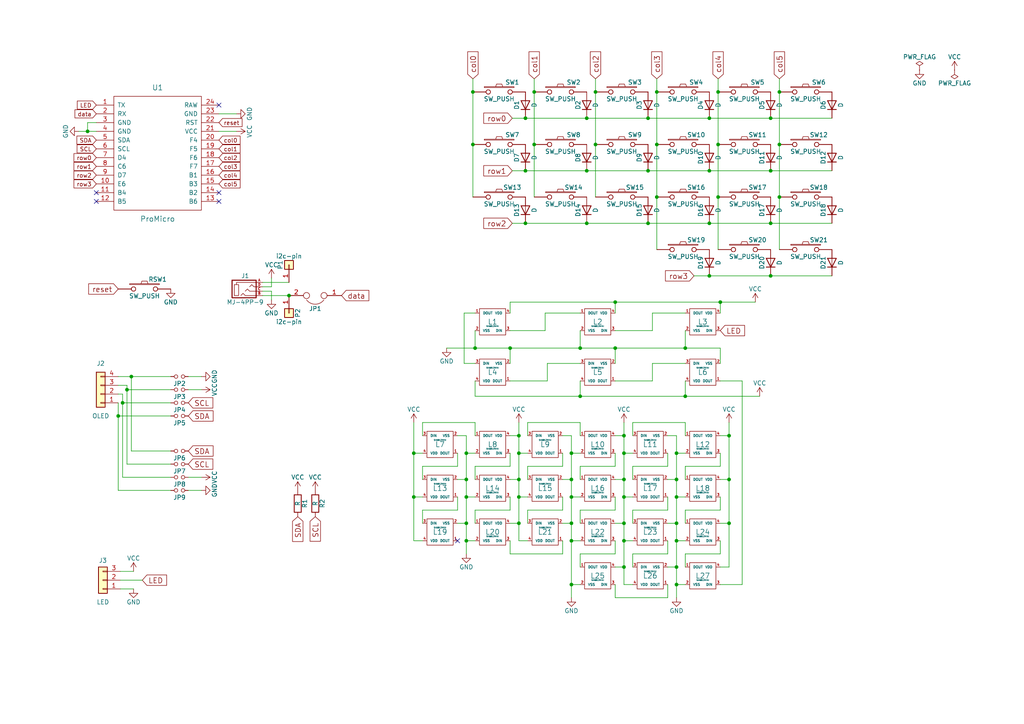
<source format=kicad_sch>
(kicad_sch (version 20230121) (generator eeschema)
  (paper "A4")
  (title_block (title "Corne Classic") (date "2018-08-24") (rev "2.0") (company "foostan"))
  (junction (at 154.94 41.91))
  (junction (at 152.4 34.29))
  (junction (at 180.975 164.465))
  (junction (at 208.28 41.91))
  (junction (at 196.215 139.065))
  (junction (at 180.975 139.065))
  (junction (at 120.015 131.445))
  (junction (at 150.495 144.145))
  (junction (at 180.975 156.845))
  (junction (at 135.255 151.765))
  (junction (at 226.06 57.15))
  (junction (at 205.74 80.01))
  (junction (at 170.18 49.53))
  (junction (at 147.955 100.965))
  (junction (at 223.52 49.53))
  (junction (at 150.495 131.445))
  (junction (at 168.275 100.965))
  (junction (at 178.435 87.63))
  (junction (at 223.52 64.77))
  (junction (at 150.495 139.065))
  (junction (at 205.74 34.29))
  (junction (at 172.72 26.67))
  (junction (at 137.795 100.965))
  (junction (at 180.975 126.365))
  (junction (at 165.735 156.845))
  (junction (at 170.18 64.77))
  (junction (at 172.72 41.91))
  (junction (at 168.275 114.935))
  (junction (at 165.735 144.145))
  (junction (at 223.52 34.29))
  (junction (at 208.28 57.15))
  (junction (at 83.82 85.725))
  (junction (at 190.5 41.91))
  (junction (at 154.94 26.67))
  (junction (at 198.755 100.965))
  (junction (at 187.96 34.29))
  (junction (at 150.495 151.765))
  (junction (at 165.735 131.445))
  (junction (at 196.215 151.765))
  (junction (at 36.83 113.03))
  (junction (at 165.735 139.065))
  (junction (at 208.915 87.63))
  (junction (at 187.96 49.53))
  (junction (at 211.455 126.365))
  (junction (at 25.4 38.1))
  (junction (at 205.74 64.77))
  (junction (at 211.455 151.765))
  (junction (at 152.4 49.53))
  (junction (at 190.5 26.67))
  (junction (at 211.455 139.065))
  (junction (at 223.52 80.01))
  (junction (at 35.56 116.84))
  (junction (at 196.215 131.445))
  (junction (at 196.215 164.465))
  (junction (at 180.975 151.765))
  (junction (at 38.1 109.22))
  (junction (at 150.495 126.365))
  (junction (at 178.435 100.965))
  (junction (at 190.5 57.15))
  (junction (at 135.255 156.845))
  (junction (at 170.18 34.29))
  (junction (at 135.255 144.145))
  (junction (at 34.29 120.65))
  (junction (at 120.015 144.145))
  (junction (at 226.06 26.67))
  (junction (at 208.28 26.67))
  (junction (at 187.96 64.77))
  (junction (at 180.975 144.145))
  (junction (at 196.215 156.845))
  (junction (at 198.755 114.935))
  (junction (at 137.16 26.67))
  (junction (at 180.975 131.445))
  (junction (at 165.735 151.765))
  (junction (at 135.255 131.445))
  (junction (at 226.06 41.91))
  (junction (at 135.255 139.065))
  (junction (at 152.4 64.77))
  (junction (at 165.735 169.545))
  (junction (at 137.16 41.91))
  (junction (at 196.215 144.145))
  (junction (at 196.215 169.545))
  (junction (at 205.74 49.53))
  (no_connect (at 63.5 58.42))
  (no_connect (at 132.715 156.845))
  (no_connect (at 63.5 30.48))
  (no_connect (at 63.5 55.88))
  (no_connect (at 27.94 55.88))
  (no_connect (at 27.94 58.42))
  (wire (pts (xy 183.515 122.555) (xy 183.515 126.365)))
  (wire (pts (xy 76.2 84.455) (xy 78.74 84.455)))
  (wire (pts (xy 198.755 122.555) (xy 183.515 122.555)))
  (wire (pts (xy 196.215 126.365) (xy 196.215 131.445)))
  (wire (pts (xy 154.94 22.86) (xy 154.94 26.67)))
  (wire (pts (xy 22.86 38.1) (xy 25.4 38.1)))
  (wire (pts (xy 187.96 34.29) (xy 205.74 34.29)))
  (wire (pts (xy 189.23 110.49) (xy 189.23 105.41)))
  (wire (pts (xy 178.435 135.255) (xy 178.435 131.445)))
  (wire (pts (xy 63.5 33.02) (xy 68.58 33.02)))
  (wire (pts (xy 170.18 49.53) (xy 187.96 49.53)))
  (wire (pts (xy 54.61 113.03) (xy 58.42 113.03)))
  (wire (pts (xy 215.265 110.49) (xy 215.265 169.545)))
  (wire (pts (xy 223.52 64.77) (xy 241.3 64.77)))
  (wire (pts (xy 137.795 131.445) (xy 135.255 131.445)))
  (wire (pts (xy 148.59 34.29) (xy 152.4 34.29)))
  (wire (pts (xy 198.755 126.365) (xy 198.755 122.555)))
  (wire (pts (xy 208.915 160.655) (xy 208.915 156.845)))
  (wire (pts (xy 168.275 122.555) (xy 153.035 122.555)))
  (wire (pts (xy 168.275 100.965) (xy 178.435 100.965)))
  (wire (pts (xy 153.035 122.555) (xy 153.035 126.365)))
  (wire (pts (xy 190.5 57.15) (xy 190.5 72.39)))
  (wire (pts (xy 198.755 139.065) (xy 198.755 135.255)))
  (wire (pts (xy 180.975 131.445) (xy 180.975 139.065)))
  (wire (pts (xy 76.2 83.185) (xy 78.74 83.185)))
  (wire (pts (xy 190.5 22.86) (xy 190.5 26.67)))
  (wire (pts (xy 135.255 156.845) (xy 135.255 160.655)))
  (wire (pts (xy 137.795 144.145) (xy 135.255 144.145)))
  (wire (pts (xy 193.675 126.365) (xy 196.215 126.365)))
  (wire (pts (xy 198.755 135.255) (xy 208.915 135.255)))
  (wire (pts (xy 193.675 151.765) (xy 196.215 151.765)))
  (wire (pts (xy 150.495 144.145) (xy 150.495 151.765)))
  (wire (pts (xy 120.015 144.145) (xy 120.015 156.845)))
  (wire (pts (xy 137.795 122.555) (xy 122.555 122.555)))
  (wire (pts (xy 178.435 110.49) (xy 189.23 110.49)))
  (wire (pts (xy 172.72 22.86) (xy 172.72 26.67)))
  (wire (pts (xy 168.275 169.545) (xy 165.735 169.545)))
  (wire (pts (xy 34.29 142.24) (xy 49.53 142.24)))
  (wire (pts (xy 211.455 139.065) (xy 211.455 151.765)))
  (wire (pts (xy 183.515 160.655) (xy 193.675 160.655)))
  (wire (pts (xy 178.435 90.805) (xy 178.435 87.63)))
  (wire (pts (xy 196.215 151.765) (xy 196.215 156.845)))
  (wire (pts (xy 193.675 164.465) (xy 196.215 164.465)))
  (wire (pts (xy 223.52 80.01) (xy 241.3 80.01)))
  (wire (pts (xy 153.035 151.765) (xy 153.035 147.955)))
  (wire (pts (xy 129.54 100.965) (xy 137.795 100.965)))
  (wire (pts (xy 148.59 64.77) (xy 152.4 64.77)))
  (wire (pts (xy 38.1 109.22) (xy 38.1 130.81)))
  (wire (pts (xy 165.735 131.445) (xy 165.735 139.065)))
  (wire (pts (xy 193.675 147.955) (xy 193.675 144.145)))
  (wire (pts (xy 189.23 90.805) (xy 189.23 95.885)))
  (wire (pts (xy 208.915 100.965) (xy 208.915 105.41)))
  (wire (pts (xy 122.555 151.765) (xy 122.555 147.955)))
  (wire (pts (xy 208.28 41.91) (xy 208.28 57.15)))
  (wire (pts (xy 168.275 90.805) (xy 158.115 90.805)))
  (wire (pts (xy 198.755 144.145) (xy 196.215 144.145)))
  (wire (pts (xy 208.915 87.63) (xy 219.075 87.63)))
  (wire (pts (xy 150.495 151.765) (xy 150.495 156.845)))
  (wire (pts (xy 178.435 87.63) (xy 208.915 87.63)))
  (wire (pts (xy 135.255 131.445) (xy 135.255 139.065)))
  (wire (pts (xy 153.035 144.145) (xy 150.495 144.145)))
  (wire (pts (xy 76.2 81.915) (xy 83.82 81.915)))
  (wire (pts (xy 63.5 38.1) (xy 68.58 38.1)))
  (wire (pts (xy 163.195 151.765) (xy 165.735 151.765)))
  (wire (pts (xy 154.94 41.91) (xy 154.94 57.15)))
  (wire (pts (xy 168.275 156.845) (xy 165.735 156.845)))
  (wire (pts (xy 196.215 144.145) (xy 196.215 151.765)))
  (wire (pts (xy 54.61 138.43) (xy 58.42 138.43)))
  (wire (pts (xy 25.4 38.1) (xy 27.94 38.1)))
  (wire (pts (xy 147.955 156.845) (xy 147.955 160.655)))
  (wire (pts (xy 168.275 114.935) (xy 198.755 114.935)))
  (wire (pts (xy 189.23 95.885) (xy 178.435 95.885)))
  (wire (pts (xy 122.555 147.955) (xy 132.715 147.955)))
  (wire (pts (xy 158.115 95.885) (xy 147.955 95.885)))
  (wire (pts (xy 137.795 139.065) (xy 137.795 135.255)))
  (wire (pts (xy 193.675 169.545) (xy 193.675 173.355)))
  (wire (pts (xy 211.455 151.765) (xy 211.455 164.465)))
  (wire (pts (xy 137.795 156.845) (xy 135.255 156.845)))
  (wire (pts (xy 137.16 22.86) (xy 137.16 26.67)))
  (wire (pts (xy 132.715 126.365) (xy 135.255 126.365)))
  (wire (pts (xy 135.255 139.065) (xy 135.255 144.145)))
  (wire (pts (xy 193.675 173.355) (xy 178.435 173.355)))
  (wire (pts (xy 170.18 34.29) (xy 187.96 34.29)))
  (wire (pts (xy 198.755 100.965) (xy 208.915 100.965)))
  (wire (pts (xy 190.5 26.67) (xy 190.5 41.91)))
  (wire (pts (xy 165.735 126.365) (xy 165.735 131.445)))
  (wire (pts (xy 35.56 114.3) (xy 35.56 116.84)))
  (wire (pts (xy 36.83 134.62) (xy 49.53 134.62)))
  (wire (pts (xy 163.195 139.065) (xy 165.735 139.065)))
  (wire (pts (xy 147.955 100.965) (xy 168.275 100.965)))
  (wire (pts (xy 135.255 144.145) (xy 135.255 151.765)))
  (wire (pts (xy 168.275 131.445) (xy 165.735 131.445)))
  (wire (pts (xy 208.915 110.49) (xy 215.265 110.49)))
  (wire (pts (xy 198.755 90.805) (xy 189.23 90.805)))
  (wire (pts (xy 147.955 110.49) (xy 158.75 110.49)))
  (wire (pts (xy 180.975 169.545) (xy 183.515 169.545)))
  (wire (pts (xy 226.06 22.86) (xy 226.06 26.67)))
  (wire (pts (xy 35.56 116.84) (xy 35.56 138.43)))
  (wire (pts (xy 208.915 151.765) (xy 211.455 151.765)))
  (wire (pts (xy 178.435 151.765) (xy 180.975 151.765)))
  (wire (pts (xy 172.72 41.91) (xy 172.72 57.15)))
  (wire (pts (xy 134.62 90.805) (xy 134.62 105.41)))
  (wire (pts (xy 211.455 126.365) (xy 211.455 139.065)))
  (wire (pts (xy 137.795 126.365) (xy 137.795 122.555)))
  (wire (pts (xy 122.555 122.555) (xy 122.555 126.365)))
  (wire (pts (xy 78.74 84.455) (xy 78.74 86.995)))
  (wire (pts (xy 147.955 139.065) (xy 150.495 139.065)))
  (wire (pts (xy 196.215 156.845) (xy 196.215 164.465)))
  (wire (pts (xy 152.4 49.53) (xy 170.18 49.53)))
  (wire (pts (xy 178.435 147.955) (xy 178.435 144.145)))
  (wire (pts (xy 211.455 164.465) (xy 208.915 164.465)))
  (wire (pts (xy 215.265 169.545) (xy 208.915 169.545)))
  (wire (pts (xy 34.29 116.84) (xy 34.29 120.65)))
  (wire (pts (xy 178.435 164.465) (xy 180.975 164.465)))
  (wire (pts (xy 208.28 26.67) (xy 208.28 41.91)))
  (wire (pts (xy 76.2 85.725) (xy 83.82 85.725)))
  (wire (pts (xy 120.015 122.555) (xy 120.015 131.445)))
  (wire (pts (xy 163.195 160.655) (xy 147.955 160.655)))
  (wire (pts (xy 34.925 170.815) (xy 38.735 170.815)))
  (wire (pts (xy 201.295 80.01) (xy 205.74 80.01)))
  (wire (pts (xy 34.29 111.76) (xy 36.83 111.76)))
  (wire (pts (xy 223.52 34.29) (xy 241.3 34.29)))
  (wire (pts (xy 226.06 41.91) (xy 226.06 57.15)))
  (wire (pts (xy 165.735 169.545) (xy 165.735 173.355)))
  (wire (pts (xy 148.59 49.53) (xy 152.4 49.53)))
  (wire (pts (xy 180.975 151.765) (xy 180.975 156.845)))
  (wire (pts (xy 168.275 135.255) (xy 178.435 135.255)))
  (wire (pts (xy 35.56 138.43) (xy 49.53 138.43)))
  (wire (pts (xy 226.06 26.67) (xy 226.06 41.91)))
  (wire (pts (xy 183.515 151.765) (xy 183.515 147.955)))
  (wire (pts (xy 78.74 83.185) (xy 78.74 80.645)))
  (wire (pts (xy 178.435 160.655) (xy 178.435 156.845)))
  (wire (pts (xy 187.96 64.77) (xy 205.74 64.77)))
  (wire (pts (xy 49.53 113.03) (xy 36.83 113.03)))
  (wire (pts (xy 168.275 147.955) (xy 178.435 147.955)))
  (wire (pts (xy 178.435 126.365) (xy 180.975 126.365)))
  (wire (pts (xy 226.06 57.15) (xy 226.06 72.39)))
  (wire (pts (xy 134.62 105.41) (xy 137.795 105.41)))
  (wire (pts (xy 165.735 139.065) (xy 165.735 144.145)))
  (wire (pts (xy 189.23 105.41) (xy 198.755 105.41)))
  (wire (pts (xy 154.94 26.67) (xy 154.94 41.91)))
  (wire (pts (xy 25.4 35.56) (xy 25.4 38.1)))
  (wire (pts (xy 163.195 135.255) (xy 163.195 131.445)))
  (wire (pts (xy 208.915 135.255) (xy 208.915 131.445)))
  (wire (pts (xy 168.275 95.885) (xy 168.275 100.965)))
  (wire (pts (xy 198.755 110.49) (xy 198.755 114.935)))
  (wire (pts (xy 168.275 164.465) (xy 168.275 160.655)))
  (wire (pts (xy 137.16 41.91) (xy 137.16 57.15)))
  (wire (pts (xy 34.29 114.3) (xy 35.56 114.3)))
  (wire (pts (xy 120.015 131.445) (xy 120.015 144.145)))
  (wire (pts (xy 168.275 160.655) (xy 178.435 160.655)))
  (wire (pts (xy 135.255 151.765) (xy 135.255 156.845)))
  (wire (pts (xy 27.94 35.56) (xy 25.4 35.56)))
  (wire (pts (xy 137.795 151.765) (xy 137.795 147.955)))
  (wire (pts (xy 137.795 147.955) (xy 147.955 147.955)))
  (wire (pts (xy 208.28 22.86) (xy 208.28 26.67)))
  (wire (pts (xy 147.955 151.765) (xy 150.495 151.765)))
  (wire (pts (xy 223.52 49.53) (xy 241.3 49.53)))
  (wire (pts (xy 208.915 139.065) (xy 211.455 139.065)))
  (wire (pts (xy 180.975 126.365) (xy 180.975 131.445)))
  (wire (pts (xy 208.915 126.365) (xy 211.455 126.365)))
  (wire (pts (xy 36.83 113.03) (xy 36.83 134.62)))
  (wire (pts (xy 178.435 100.965) (xy 198.755 100.965)))
  (wire (pts (xy 158.75 105.41) (xy 168.275 105.41)))
  (wire (pts (xy 34.29 109.22) (xy 38.1 109.22)))
  (wire (pts (xy 153.035 139.065) (xy 153.035 135.255)))
  (wire (pts (xy 198.755 114.935) (xy 220.345 114.935)))
  (wire (pts (xy 211.455 122.555) (xy 211.455 126.365)))
  (wire (pts (xy 198.755 95.885) (xy 198.755 100.965)))
  (wire (pts (xy 168.275 144.145) (xy 165.735 144.145)))
  (wire (pts (xy 180.975 122.555) (xy 180.975 126.365)))
  (wire (pts (xy 178.435 105.41) (xy 178.435 100.965)))
  (wire (pts (xy 132.715 147.955) (xy 132.715 144.145)))
  (wire (pts (xy 198.755 164.465) (xy 198.755 160.655)))
  (wire (pts (xy 205.74 49.53) (xy 223.52 49.53)))
  (wire (pts (xy 150.495 126.365) (xy 150.495 131.445)))
  (wire (pts (xy 196.215 164.465) (xy 196.215 169.545)))
  (wire (pts (xy 158.115 90.805) (xy 158.115 95.885)))
  (wire (pts (xy 180.975 131.445) (xy 183.515 131.445)))
  (wire (pts (xy 196.215 169.545) (xy 196.215 173.355)))
  (wire (pts (xy 198.755 169.545) (xy 196.215 169.545)))
  (wire (pts (xy 147.955 147.955) (xy 147.955 144.145)))
  (wire (pts (xy 38.1 130.81) (xy 49.53 130.81)))
  (wire (pts (xy 132.715 139.065) (xy 135.255 139.065)))
  (wire (pts (xy 165.735 144.145) (xy 165.735 151.765)))
  (wire (pts (xy 180.975 164.465) (xy 180.975 169.545)))
  (wire (pts (xy 147.955 126.365) (xy 150.495 126.365)))
  (wire (pts (xy 168.275 126.365) (xy 168.275 122.555)))
  (wire (pts (xy 122.555 139.065) (xy 122.555 135.255)))
  (wire (pts (xy 54.61 109.22) (xy 58.42 109.22)))
  (wire (pts (xy 49.53 120.65) (xy 34.29 120.65)))
  (wire (pts (xy 208.915 147.955) (xy 208.915 144.145)))
  (wire (pts (xy 120.015 156.845) (xy 122.555 156.845)))
  (wire (pts (xy 165.735 151.765) (xy 165.735 156.845)))
  (wire (pts (xy 198.755 147.955) (xy 208.915 147.955)))
  (wire (pts (xy 183.515 135.255) (xy 193.675 135.255)))
  (wire (pts (xy 198.755 156.845) (xy 196.215 156.845)))
  (wire (pts (xy 147.955 105.41) (xy 147.955 100.965)))
  (wire (pts (xy 150.495 156.845) (xy 153.035 156.845)))
  (wire (pts (xy 54.61 142.24) (xy 58.42 142.24)))
  (wire (pts (xy 170.18 64.77) (xy 187.96 64.77)))
  (wire (pts (xy 163.195 156.845) (xy 163.195 160.655)))
  (wire (pts (xy 137.795 95.885) (xy 137.795 100.965)))
  (wire (pts (xy 122.555 135.255) (xy 132.715 135.255)))
  (wire (pts (xy 193.675 160.655) (xy 193.675 156.845)))
  (wire (pts (xy 150.495 131.445) (xy 150.495 139.065)))
  (wire (pts (xy 122.555 144.145) (xy 120.015 144.145)))
  (wire (pts (xy 178.435 139.065) (xy 180.975 139.065)))
  (wire (pts (xy 137.795 114.935) (xy 168.275 114.935)))
  (wire (pts (xy 208.915 90.805) (xy 208.915 87.63)))
  (wire (pts (xy 132.715 135.255) (xy 132.715 131.445)))
  (wire (pts (xy 165.735 156.845) (xy 165.735 169.545)))
  (wire (pts (xy 153.035 147.955) (xy 163.195 147.955)))
  (wire (pts (xy 205.74 34.29) (xy 223.52 34.29)))
  (wire (pts (xy 190.5 41.91) (xy 190.5 57.15)))
  (wire (pts (xy 152.4 34.29) (xy 170.18 34.29)))
  (wire (pts (xy 193.675 139.065) (xy 196.215 139.065)))
  (wire (pts (xy 198.755 151.765) (xy 198.755 147.955)))
  (wire (pts (xy 196.215 131.445) (xy 196.215 139.065)))
  (wire (pts (xy 34.925 165.735) (xy 38.735 165.735)))
  (wire (pts (xy 147.955 90.805) (xy 147.955 87.63)))
  (wire (pts (xy 158.75 110.49) (xy 158.75 105.41)))
  (wire (pts (xy 183.515 147.955) (xy 193.675 147.955)))
  (wire (pts (xy 168.275 139.065) (xy 168.275 135.255)))
  (wire (pts (xy 153.035 135.255) (xy 163.195 135.255)))
  (wire (pts (xy 132.715 151.765) (xy 135.255 151.765)))
  (wire (pts (xy 122.555 131.445) (xy 120.015 131.445)))
  (wire (pts (xy 153.035 131.445) (xy 150.495 131.445)))
  (wire (pts (xy 135.255 126.365) (xy 135.255 131.445)))
  (wire (pts (xy 137.795 110.49) (xy 137.795 114.935)))
  (wire (pts (xy 183.515 139.065) (xy 183.515 135.255)))
  (wire (pts (xy 187.96 49.53) (xy 205.74 49.53)))
  (wire (pts (xy 178.435 173.355) (xy 178.435 169.545)))
  (wire (pts (xy 198.755 131.445) (xy 196.215 131.445)))
  (wire (pts (xy 180.975 156.845) (xy 180.975 164.465)))
  (wire (pts (xy 137.795 90.805) (xy 134.62 90.805)))
  (wire (pts (xy 34.925 168.275) (xy 41.275 168.275)))
  (wire (pts (xy 49.53 116.84) (xy 35.56 116.84)))
  (wire (pts (xy 180.975 156.845) (xy 183.515 156.845)))
  (wire (pts (xy 198.755 160.655) (xy 208.915 160.655)))
  (wire (pts (xy 180.975 144.145) (xy 180.975 151.765)))
  (wire (pts (xy 163.195 126.365) (xy 165.735 126.365)))
  (wire (pts (xy 152.4 64.77) (xy 170.18 64.77)))
  (wire (pts (xy 183.515 164.465) (xy 183.515 160.655)))
  (wire (pts (xy 137.795 135.255) (xy 147.955 135.255)))
  (wire (pts (xy 193.675 135.255) (xy 193.675 131.445)))
  (wire (pts (xy 180.975 139.065) (xy 180.975 144.145)))
  (wire (pts (xy 137.795 100.965) (xy 147.955 100.965)))
  (wire (pts (xy 205.74 80.01) (xy 223.52 80.01)))
  (wire (pts (xy 150.495 139.065) (xy 150.495 144.145)))
  (wire (pts (xy 38.1 109.22) (xy 49.53 109.22)))
  (wire (pts (xy 137.16 26.67) (xy 137.16 41.91)))
  (wire (pts (xy 163.195 147.955) (xy 163.195 144.145)))
  (wire (pts (xy 205.74 64.77) (xy 223.52 64.77)))
  (wire (pts (xy 208.28 57.15) (xy 208.28 72.39)))
  (wire (pts (xy 168.275 151.765) (xy 168.275 147.955)))
  (wire (pts (xy 150.495 122.555) (xy 150.495 126.365)))
  (wire (pts (xy 196.215 139.065) (xy 196.215 144.145)))
  (wire (pts (xy 147.955 87.63) (xy 178.435 87.63)))
  (wire (pts (xy 168.275 110.49) (xy 168.275 114.935)))
  (wire (pts (xy 147.955 135.255) (xy 147.955 131.445)))
  (wire (pts (xy 34.29 120.65) (xy 34.29 142.24)))
  (wire (pts (xy 36.83 111.76) (xy 36.83 113.03)))
  (wire (pts (xy 172.72 26.67) (xy 172.72 41.91)))
  (wire (pts (xy 180.975 144.145) (xy 183.515 144.145)))
  (global_label "SDA" (shape input) (at 54.61 130.81 0) (effects (font (size 1.524 1.524))) (property "Intersheetrefs" "${INTERSHEET_REFS}" (effects hide)))
  (global_label "SCL" (shape input) (at 54.61 134.62 0) (effects (font (size 1.524 1.524))) (property "Intersheetrefs" "${INTERSHEET_REFS}" (effects hide)))
  (global_label "reset" (shape input) (at 34.29 83.82 180) (effects (font (size 1.524 1.524))) (property "Intersheetrefs" "${INTERSHEET_REFS}" (effects hide)))
  (global_label "SDA" (shape input) (at 27.94 40.64 180) (effects (font (size 1.1938 1.1938))) (property "Intersheetrefs" "${INTERSHEET_REFS}" (effects hide)))
  (global_label "SCL" (shape input) (at 91.44 149.86 270) (effects (font (size 1.524 1.524))) (property "Intersheetrefs" "${INTERSHEET_REFS}" (effects hide)))
  (global_label "row2" (shape input) (at 27.94 50.8 180) (effects (font (size 1.1938 1.1938))) (property "Intersheetrefs" "${INTERSHEET_REFS}" (effects hide)))
  (global_label "col5" (shape input) (at 63.5 53.34 0) (effects (font (size 1.1938 1.1938))) (property "Intersheetrefs" "${INTERSHEET_REFS}" (effects hide)))
  (global_label "col1" (shape input) (at 154.94 22.86 90) (effects (font (size 1.524 1.524))) (property "Intersheetrefs" "${INTERSHEET_REFS}" (effects hide)))
  (global_label "LED" (shape input) (at 208.915 95.885 0) (effects (font (size 1.524 1.524))) (property "Intersheetrefs" "${INTERSHEET_REFS}" (effects hide)))
  (global_label "row1" (shape input) (at 148.59 49.53 180) (effects (font (size 1.524 1.524))) (property "Intersheetrefs" "${INTERSHEET_REFS}" (effects hide)))
  (global_label "col5" (shape input) (at 226.06 22.86 90) (effects (font (size 1.524 1.524))) (property "Intersheetrefs" "${INTERSHEET_REFS}" (effects hide)))
  (global_label "row2" (shape input) (at 148.59 64.77 180) (effects (font (size 1.524 1.524))) (property "Intersheetrefs" "${INTERSHEET_REFS}" (effects hide)))
  (global_label "col1" (shape input) (at 63.5 43.18 0) (effects (font (size 1.1938 1.1938))) (property "Intersheetrefs" "${INTERSHEET_REFS}" (effects hide)))
  (global_label "col0" (shape input) (at 63.5 40.64 0) (effects (font (size 1.1938 1.1938))) (property "Intersheetrefs" "${INTERSHEET_REFS}" (effects hide)))
  (global_label "data" (shape input) (at 27.94 33.02 180) (effects (font (size 1.1938 1.1938))) (property "Intersheetrefs" "${INTERSHEET_REFS}" (effects hide)))
  (global_label "LED" (shape input) (at 41.275 168.275 0) (effects (font (size 1.524 1.524))) (property "Intersheetrefs" "${INTERSHEET_REFS}" (effects hide)))
  (global_label "SDA" (shape input) (at 54.61 120.65 0) (effects (font (size 1.524 1.524))) (property "Intersheetrefs" "${INTERSHEET_REFS}" (effects hide)))
  (global_label "data" (shape input) (at 99.06 85.725 0) (effects (font (size 1.524 1.524))) (property "Intersheetrefs" "${INTERSHEET_REFS}" (effects hide)))
  (global_label "col3" (shape input) (at 63.5 48.26 0) (effects (font (size 1.1938 1.1938))) (property "Intersheetrefs" "${INTERSHEET_REFS}" (effects hide)))
  (global_label "row3" (shape input) (at 201.295 80.01 180) (effects (font (size 1.524 1.524))) (property "Intersheetrefs" "${INTERSHEET_REFS}" (effects hide)))
  (global_label "row0" (shape input) (at 27.94 45.72 180) (effects (font (size 1.1938 1.1938))) (property "Intersheetrefs" "${INTERSHEET_REFS}" (effects hide)))
  (global_label "row0" (shape input) (at 148.59 34.29 180) (effects (font (size 1.524 1.524))) (property "Intersheetrefs" "${INTERSHEET_REFS}" (effects hide)))
  (global_label "col2" (shape input) (at 63.5 45.72 0) (effects (font (size 1.1938 1.1938))) (property "Intersheetrefs" "${INTERSHEET_REFS}" (effects hide)))
  (global_label "col4" (shape input) (at 63.5 50.8 0) (effects (font (size 1.1938 1.1938))) (property "Intersheetrefs" "${INTERSHEET_REFS}" (effects hide)))
  (global_label "row3" (shape input) (at 27.94 53.34 180) (effects (font (size 1.1938 1.1938))) (property "Intersheetrefs" "${INTERSHEET_REFS}" (effects hide)))
  (global_label "row1" (shape input) (at 27.94 48.26 180) (effects (font (size 1.1938 1.1938))) (property "Intersheetrefs" "${INTERSHEET_REFS}" (effects hide)))
  (global_label "col2" (shape input) (at 172.72 22.86 90) (effects (font (size 1.524 1.524))) (property "Intersheetrefs" "${INTERSHEET_REFS}" (effects hide)))
  (global_label "reset" (shape input) (at 63.5 35.56 0) (effects (font (size 1.1938 1.1938))) (property "Intersheetrefs" "${INTERSHEET_REFS}" (effects hide)))
  (global_label "LED" (shape input) (at 27.94 30.48 180) (effects (font (size 1.1938 1.1938))) (property "Intersheetrefs" "${INTERSHEET_REFS}" (effects hide)))
  (global_label "col0" (shape input) (at 137.16 22.86 90) (effects (font (size 1.524 1.524))) (property "Intersheetrefs" "${INTERSHEET_REFS}" (effects hide)))
  (global_label "SCL" (shape input) (at 54.61 116.84 0) (effects (font (size 1.524 1.524))) (property "Intersheetrefs" "${INTERSHEET_REFS}" (effects hide)))
  (global_label "SCL" (shape input) (at 27.94 43.18 180) (effects (font (size 1.1938 1.1938))) (property "Intersheetrefs" "${INTERSHEET_REFS}" (effects hide)))
  (global_label "col4" (shape input) (at 208.28 22.86 90) (effects (font (size 1.524 1.524))) (property "Intersheetrefs" "${INTERSHEET_REFS}" (effects hide)))
  (global_label "SDA" (shape input) (at 86.36 149.86 270) (effects (font (size 1.524 1.524))) (property "Intersheetrefs" "${INTERSHEET_REFS}" (effects hide)))
  (global_label "col3" (shape input) (at 190.5 22.86 90) (effects (font (size 1.524 1.524))) (property "Intersheetrefs" "${INTERSHEET_REFS}" (effects hide)))
  (symbol (lib_id "corne-classic-rescue:ProMicro-kbd") (at 45.72 49.53 0) (unit 1)
    (property "Reference" "U1" (at 45.72 25.4 0) (effects (font (size 1.524 1.524))))
    (property "Value" "ProMicro" (at 45.72 63.5 0) (effects (font (size 1.524 1.524))))
    (property "Footprint" "kbd:ProMicro_v2" (effects hide))
  )
  (symbol (lib_id "corne-classic-rescue:SW_PUSH-kbd") (at 162.56 26.67 0) (unit 1)
    (property "Reference" "SW2" (at 166.37 23.876 0))
    (property "Value" "SW_PUSH" (at 162.56 28.702 0))
    (property "Footprint" "kbd:MX_ALPS_PG1350_noLed" (effects hide))
  )
  (symbol (lib_id "Device:D") (at 170.18 30.48 90) (unit 1)
    (property "Reference" "D2" (at 167.64 30.48 0))
    (property "Value" "D" (at 172.72 30.48 0))
    (property "Footprint" "kbd:D3_TH_SMD" (effects hide))
  )
  (symbol (lib_id "corne-classic-rescue:SW_PUSH-kbd") (at 180.34 26.67 0) (unit 1)
    (property "Reference" "SW3" (at 184.15 23.876 0))
    (property "Value" "SW_PUSH" (at 180.34 28.702 0))
    (property "Footprint" "kbd:MX_ALPS_PG1350_noLed" (effects hide))
  )
  (symbol (lib_id "Device:D") (at 187.96 30.48 90) (unit 1)
    (property "Reference" "D3" (at 185.42 30.48 0))
    (property "Value" "D" (at 190.5 30.48 0))
    (property "Footprint" "kbd:D3_TH_SMD" (effects hide))
  )
  (symbol (lib_id "corne-classic-rescue:SW_PUSH-kbd") (at 198.12 26.67 0) (unit 1)
    (property "Reference" "SW4" (at 201.93 23.876 0))
    (property "Value" "SW_PUSH" (at 198.12 28.702 0))
    (property "Footprint" "kbd:MX_ALPS_PG1350_noLed" (effects hide))
  )
  (symbol (lib_id "corne-classic-rescue:SW_PUSH-kbd") (at 215.9 26.67 0) (unit 1)
    (property "Reference" "SW5" (at 219.71 23.876 0))
    (property "Value" "SW_PUSH" (at 215.9 28.702 0))
    (property "Footprint" "kbd:MX_ALPS_PG1350_noLed" (effects hide))
  )
  (symbol (lib_id "corne-classic-rescue:SW_PUSH-kbd") (at 233.68 26.67 0) (unit 1)
    (property "Reference" "SW6" (at 237.49 23.876 0))
    (property "Value" "SW_PUSH" (at 233.68 28.702 0))
    (property "Footprint" "kbd:MX_ALPS_PG1350_noLed" (effects hide))
  )
  (symbol (lib_id "Device:D") (at 205.74 30.48 90) (unit 1)
    (property "Reference" "D4" (at 203.2 30.48 0))
    (property "Value" "D" (at 208.28 30.48 0))
    (property "Footprint" "kbd:D3_TH_SMD" (effects hide))
  )
  (symbol (lib_id "Device:D") (at 223.52 30.48 90) (unit 1)
    (property "Reference" "D5" (at 220.98 30.48 0))
    (property "Value" "D" (at 226.06 30.48 0))
    (property "Footprint" "kbd:D3_TH_SMD" (effects hide))
  )
  (symbol (lib_id "Device:D") (at 241.3 30.48 90) (unit 1)
    (property "Reference" "D6" (at 238.76 30.48 0))
    (property "Value" "D" (at 243.84 30.48 0))
    (property "Footprint" "kbd:D3_TH_SMD" (effects hide))
  )
  (symbol (lib_id "corne-classic-rescue:SW_PUSH-kbd") (at 144.78 26.67 0) (unit 1)
    (property "Reference" "SW1" (at 148.59 23.876 0))
    (property "Value" "SW_PUSH" (at 144.78 28.702 0))
    (property "Footprint" "kbd:MX_ALPS_PG1350_noLed" (effects hide))
  )
  (symbol (lib_id "Device:D") (at 152.4 30.48 90) (unit 1)
    (property "Reference" "D1" (at 149.86 30.48 0))
    (property "Value" "D" (at 154.94 30.48 0))
    (property "Footprint" "kbd:D3_TH_SMD" (effects hide))
  )
  (symbol (lib_id "corne-classic-rescue:SW_PUSH-kbd") (at 162.56 41.91 0) (unit 1)
    (property "Reference" "SW8" (at 166.37 39.116 0))
    (property "Value" "SW_PUSH" (at 162.56 43.942 0))
    (property "Footprint" "kbd:MX_ALPS_PG1350_noLed" (effects hide))
  )
  (symbol (lib_id "Device:D") (at 170.18 45.72 90) (unit 1)
    (property "Reference" "D8" (at 167.64 45.72 0))
    (property "Value" "D" (at 172.72 45.72 0))
    (property "Footprint" "kbd:D3_TH_SMD" (effects hide))
  )
  (symbol (lib_id "corne-classic-rescue:SW_PUSH-kbd") (at 180.34 41.91 0) (unit 1)
    (property "Reference" "SW9" (at 184.15 39.116 0))
    (property "Value" "SW_PUSH" (at 180.34 43.942 0))
    (property "Footprint" "kbd:MX_ALPS_PG1350_noLed" (effects hide))
  )
  (symbol (lib_id "Device:D") (at 187.96 45.72 90) (unit 1)
    (property "Reference" "D9" (at 185.42 45.72 0))
    (property "Value" "D" (at 190.5 45.72 0))
    (property "Footprint" "kbd:D3_TH_SMD" (effects hide))
  )
  (symbol (lib_id "corne-classic-rescue:SW_PUSH-kbd") (at 198.12 41.91 0) (unit 1)
    (property "Reference" "SW10" (at 201.93 39.116 0))
    (property "Value" "SW_PUSH" (at 198.12 43.942 0))
    (property "Footprint" "kbd:MX_ALPS_PG1350_noLed" (effects hide))
  )
  (symbol (lib_id "corne-classic-rescue:SW_PUSH-kbd") (at 215.9 41.91 0) (unit 1)
    (property "Reference" "SW11" (at 219.71 39.116 0))
    (property "Value" "SW_PUSH" (at 215.9 43.942 0))
    (property "Footprint" "kbd:MX_ALPS_PG1350_noLed" (effects hide))
  )
  (symbol (lib_id "corne-classic-rescue:SW_PUSH-kbd") (at 233.68 41.91 0) (unit 1)
    (property "Reference" "SW12" (at 237.49 39.116 0))
    (property "Value" "SW_PUSH" (at 233.68 43.942 0))
    (property "Footprint" "kbd:MX_ALPS_PG1350_noLed" (effects hide))
  )
  (symbol (lib_id "Device:D") (at 205.74 45.72 90) (unit 1)
    (property "Reference" "D10" (at 203.2 45.72 0))
    (property "Value" "D" (at 208.28 45.72 0))
    (property "Footprint" "kbd:D3_TH_SMD" (effects hide))
  )
  (symbol (lib_id "Device:D") (at 223.52 45.72 90) (unit 1)
    (property "Reference" "D11" (at 220.98 45.72 0))
    (property "Value" "D" (at 226.06 45.72 0))
    (property "Footprint" "kbd:D3_TH_SMD" (effects hide))
  )
  (symbol (lib_id "Device:D") (at 241.3 45.72 90) (unit 1)
    (property "Reference" "D12" (at 238.76 45.72 0))
    (property "Value" "D" (at 243.84 45.72 0))
    (property "Footprint" "kbd:D3_TH_SMD" (effects hide))
  )
  (symbol (lib_id "corne-classic-rescue:SW_PUSH-kbd") (at 144.78 41.91 0) (unit 1)
    (property "Reference" "SW7" (at 148.59 39.116 0))
    (property "Value" "SW_PUSH" (at 144.78 43.942 0))
    (property "Footprint" "kbd:MX_ALPS_PG1350_noLed" (effects hide))
  )
  (symbol (lib_id "Device:D") (at 152.4 45.72 90) (unit 1)
    (property "Reference" "D7" (at 149.86 45.72 0))
    (property "Value" "D" (at 154.94 45.72 0))
    (property "Footprint" "kbd:D3_TH_SMD" (effects hide))
  )
  (symbol (lib_id "corne-classic-rescue:SW_PUSH-kbd") (at 162.56 57.15 0) (unit 1)
    (property "Reference" "SW14" (at 166.37 54.356 0))
    (property "Value" "SW_PUSH" (at 162.56 59.182 0))
    (property "Footprint" "kbd:MX_ALPS_PG1350_noLed" (effects hide))
  )
  (symbol (lib_id "Device:D") (at 170.18 60.96 90) (unit 1)
    (property "Reference" "D14" (at 167.64 60.96 0))
    (property "Value" "D" (at 172.72 60.96 0))
    (property "Footprint" "kbd:D3_TH_SMD" (effects hide))
  )
  (symbol (lib_id "corne-classic-rescue:SW_PUSH-kbd") (at 180.34 57.15 0) (unit 1)
    (property "Reference" "SW15" (at 184.15 54.356 0))
    (property "Value" "SW_PUSH" (at 180.34 59.182 0))
    (property "Footprint" "kbd:MX_ALPS_PG1350_noLed" (effects hide))
  )
  (symbol (lib_id "Device:D") (at 187.96 60.96 90) (unit 1)
    (property "Reference" "D15" (at 185.42 60.96 0))
    (property "Value" "D" (at 190.5 60.96 0))
    (property "Footprint" "kbd:D3_TH_SMD" (effects hide))
  )
  (symbol (lib_id "corne-classic-rescue:SW_PUSH-kbd") (at 198.12 57.15 0) (unit 1)
    (property "Reference" "SW16" (at 201.93 54.356 0))
    (property "Value" "SW_PUSH" (at 198.12 59.182 0))
    (property "Footprint" "kbd:MX_ALPS_PG1350_noLed" (effects hide))
  )
  (symbol (lib_id "corne-classic-rescue:SW_PUSH-kbd") (at 215.9 57.15 0) (unit 1)
    (property "Reference" "SW17" (at 219.71 54.356 0))
    (property "Value" "SW_PUSH" (at 215.9 59.182 0))
    (property "Footprint" "kbd:MX_ALPS_PG1350_noLed" (effects hide))
  )
  (symbol (lib_id "corne-classic-rescue:SW_PUSH-kbd") (at 233.68 57.15 0) (unit 1)
    (property "Reference" "SW18" (at 237.49 54.356 0))
    (property "Value" "SW_PUSH" (at 233.68 59.182 0))
    (property "Footprint" "kbd:MX_ALPS_PG1350_noLed" (effects hide))
  )
  (symbol (lib_id "Device:D") (at 205.74 60.96 90) (unit 1)
    (property "Reference" "D16" (at 203.2 60.96 0))
    (property "Value" "D" (at 208.28 60.96 0))
    (property "Footprint" "kbd:D3_TH_SMD" (effects hide))
  )
  (symbol (lib_id "Device:D") (at 223.52 60.96 90) (unit 1)
    (property "Reference" "D17" (at 220.98 60.96 0))
    (property "Value" "D" (at 226.06 60.96 0))
    (property "Footprint" "kbd:D3_TH_SMD" (effects hide))
  )
  (symbol (lib_id "Device:D") (at 241.3 60.96 90) (unit 1)
    (property "Reference" "D18" (at 238.76 60.96 0))
    (property "Value" "D" (at 243.84 60.96 0))
    (property "Footprint" "kbd:D3_TH_SMD" (effects hide))
  )
  (symbol (lib_id "corne-classic-rescue:SW_PUSH-kbd") (at 144.78 57.15 0) (unit 1)
    (property "Reference" "SW13" (at 148.59 54.356 0))
    (property "Value" "SW_PUSH" (at 144.78 59.182 0))
    (property "Footprint" "kbd:MX_ALPS_PG1350_noLed" (effects hide))
  )
  (symbol (lib_id "Device:D") (at 152.4 60.96 90) (unit 1)
    (property "Reference" "D13" (at 149.86 60.96 0))
    (property "Value" "D" (at 154.94 60.96 0))
    (property "Footprint" "kbd:D3_TH_SMD" (effects hide))
  )
  (symbol (lib_id "corne-classic-rescue:SW_PUSH-kbd") (at 215.9 72.39 0) (unit 1)
    (property "Reference" "SW20" (at 219.71 69.596 0))
    (property "Value" "SW_PUSH" (at 215.9 74.422 0))
    (property "Footprint" "kbd:MX_ALPS_PG1350_noLed" (effects hide))
  )
  (symbol (lib_id "Device:D") (at 223.52 76.2 90) (unit 1)
    (property "Reference" "D20" (at 220.98 76.2 0))
    (property "Value" "D" (at 226.06 76.2 0))
    (property "Footprint" "kbd:D3_TH_SMD" (effects hide))
  )
  (symbol (lib_id "corne-classic-rescue:SW_PUSH-kbd") (at 233.68 72.39 0) (unit 1)
    (property "Reference" "SW21" (at 237.49 69.596 0))
    (property "Value" "SW_PUSH" (at 233.68 74.422 0))
    (property "Footprint" "kbd:MX_ALPS_PG1350_noLed_1.75u" (effects hide))
  )
  (symbol (lib_id "Device:D") (at 241.3 76.2 90) (unit 1)
    (property "Reference" "D21" (at 238.76 76.2 0))
    (property "Value" "D" (at 243.84 76.2 0))
    (property "Footprint" "kbd:D3_TH_SMD" (effects hide))
  )
  (symbol (lib_id "corne-classic-rescue:SW_PUSH-kbd") (at 198.12 72.39 0) (unit 1)
    (property "Reference" "SW19" (at 201.93 69.596 0))
    (property "Value" "SW_PUSH" (at 198.12 74.422 0))
    (property "Footprint" "kbd:MX_ALPS_PG1350_noLed" (effects hide))
  )
  (symbol (lib_id "Device:D") (at 205.74 76.2 90) (unit 1)
    (property "Reference" "D19" (at 203.2 76.2 0))
    (property "Value" "D" (at 208.28 76.2 0))
    (property "Footprint" "kbd:D3_TH_SMD" (effects hide))
  )
  (symbol (lib_id "power:GND") (at 68.58 33.02 90) (unit 1)
    (property "Reference" "#PWR03" (effects hide))
    (property "Value" "GND" (at 72.39 33.02 0))
  )
  (symbol (lib_id "power:VCC") (at 68.58 38.1 270) (unit 1)
    (property "Reference" "#PWR05" (effects hide))
    (property "Value" "VCC" (at 72.39 38.1 0))
  )
  (symbol (lib_id "power:GND") (at 22.86 38.1 270) (unit 1)
    (property "Reference" "#PWR04" (effects hide))
    (property "Value" "GND" (at 19.05 38.1 0))
  )
  (symbol (lib_id "power:GND") (at 266.7 20.32 0) (unit 1)
    (property "Reference" "#PWR01" (effects hide))
    (property "Value" "GND" (at 266.7 24.13 0))
  )
  (symbol (lib_id "power:VCC") (at 276.86 20.32 0) (unit 1)
    (property "Reference" "#PWR02" (effects hide))
    (property "Value" "VCC" (at 276.86 16.51 0))
  )
  (symbol (lib_id "power:PWR_FLAG") (at 276.86 20.32 180) (unit 1)
    (property "Reference" "#FLG02" (effects hide))
    (property "Value" "PWR_FLAG" (at 276.86 24.13 0))
  )
  (symbol (lib_id "power:PWR_FLAG") (at 266.7 20.32 0) (unit 1)
    (property "Reference" "#FLG01" (effects hide))
    (property "Value" "PWR_FLAG" (at 266.7 16.51 0))
  )
  (symbol (lib_id "corne-classic-rescue:SW_PUSH-kbd") (at 41.91 83.82 0) (unit 1)
    (property "Reference" "RSW1" (at 45.72 81.026 0))
    (property "Value" "SW_PUSH" (at 41.91 85.852 0))
    (property "Footprint" "kbd:ResetSW" (effects hide))
  )
  (symbol (lib_id "power:GND") (at 49.53 83.82 0) (unit 1)
    (property "Reference" "#PWR07" (effects hide))
    (property "Value" "GND" (at 49.53 87.63 0))
  )
  (symbol (lib_id "corne-classic-rescue:Jumper-Device") (at 91.44 85.725 180) (unit 1)
    (property "Reference" "JP1" (at 91.44 89.535 0))
    (property "Value" " " (at 91.44 83.693 0))
    (property "Footprint" "kbd:JP" (effects hide))
  )
  (symbol (lib_id "power:VCC") (at 78.74 80.645 0) (unit 1)
    (property "Reference" "#PWR06" (effects hide))
    (property "Value" "VCC" (at 78.74 76.835 0))
  )
  (symbol (lib_id "power:GND") (at 78.74 86.995 0) (unit 1)
    (property "Reference" "#PWR08" (effects hide))
    (property "Value" "GND" (at 78.74 90.805 0))
  )
  (symbol (lib_id "corne-classic-rescue:SK6812MINI-kbd") (at 142.875 128.905 0) (unit 1)
    (property "Reference" "L8" (at 142.875 128.905 0) (effects (font (size 1.4986 1.4986))))
    (property "Value" "SK6812MINI" (at 142.875 130.175 0) (effects (font (size 0.4064 0.4064))))
    (property "Footprint" "kbd:SK6812MINI_rev" (effects hide))
  )
  (symbol (lib_id "corne-classic-rescue:SK6812MINI-kbd") (at 158.115 128.905 180) (unit 1)
    (property "Reference" "L9" (at 158.115 128.905 0) (effects (font (size 1.4986 1.4986))))
    (property "Value" "SK6812MINI" (at 158.115 127.635 0) (effects (font (size 0.4064 0.4064))))
    (property "Footprint" "kbd:SK6812MINI_rev" (effects hide))
  )
  (symbol (lib_id "corne-classic-rescue:SK6812MINI-kbd") (at 173.355 128.905 0) (unit 1)
    (property "Reference" "L10" (at 173.355 128.905 0) (effects (font (size 1.4986 1.4986))))
    (property "Value" "SK6812MINI" (at 173.355 130.175 0) (effects (font (size 0.4064 0.4064))))
    (property "Footprint" "kbd:SK6812MINI_rev" (effects hide))
  )
  (symbol (lib_id "corne-classic-rescue:SK6812MINI-kbd") (at 188.595 128.905 180) (unit 1)
    (property "Reference" "L11" (at 188.595 128.905 0) (effects (font (size 1.4986 1.4986))))
    (property "Value" "SK6812MINI" (at 188.595 127.635 0) (effects (font (size 0.4064 0.4064))))
    (property "Footprint" "kbd:SK6812MINI_rev" (effects hide))
  )
  (symbol (lib_id "corne-classic-rescue:SK6812MINI-kbd") (at 203.835 128.905 0) (unit 1)
    (property "Reference" "L12" (at 203.835 128.905 0) (effects (font (size 1.4986 1.4986))))
    (property "Value" "SK6812MINI" (at 203.835 130.175 0) (effects (font (size 0.4064 0.4064))))
    (property "Footprint" "kbd:SK6812MINI_rev" (effects hide))
  )
  (symbol (lib_id "corne-classic-rescue:SK6812MINI-kbd") (at 127.635 128.905 180) (unit 1)
    (property "Reference" "L7" (at 127.635 128.905 0) (effects (font (size 1.4986 1.4986))))
    (property "Value" "SK6812MINI" (at 127.635 127.635 0) (effects (font (size 0.4064 0.4064))))
    (property "Footprint" "kbd:SK6812MINI_rev" (effects hide))
  )
  (symbol (lib_id "corne-classic-rescue:SK6812MINI-kbd") (at 142.875 141.605 0) (unit 1)
    (property "Reference" "L14" (at 142.875 141.605 0) (effects (font (size 1.4986 1.4986))))
    (property "Value" "SK6812MINI" (at 142.875 142.875 0) (effects (font (size 0.4064 0.4064))))
    (property "Footprint" "kbd:SK6812MINI_rev" (effects hide))
  )
  (symbol (lib_id "corne-classic-rescue:SK6812MINI-kbd") (at 158.115 141.605 180) (unit 1)
    (property "Reference" "L15" (at 158.115 141.605 0) (effects (font (size 1.4986 1.4986))))
    (property "Value" "SK6812MINI" (at 158.115 140.335 0) (effects (font (size 0.4064 0.4064))))
    (property "Footprint" "kbd:SK6812MINI_rev" (effects hide))
  )
  (symbol (lib_id "corne-classic-rescue:SK6812MINI-kbd") (at 173.355 141.605 0) (unit 1)
    (property "Reference" "L16" (at 173.355 141.605 0) (effects (font (size 1.4986 1.4986))))
    (property "Value" "SK6812MINI" (at 173.355 142.875 0) (effects (font (size 0.4064 0.4064))))
    (property "Footprint" "kbd:SK6812MINI_rev" (effects hide))
  )
  (symbol (lib_id "corne-classic-rescue:SK6812MINI-kbd") (at 188.595 141.605 180) (unit 1)
    (property "Reference" "L17" (at 188.595 141.605 0) (effects (font (size 1.4986 1.4986))))
    (property "Value" "SK6812MINI" (at 188.595 140.335 0) (effects (font (size 0.4064 0.4064))))
    (property "Footprint" "kbd:SK6812MINI_rev" (effects hide))
  )
  (symbol (lib_id "corne-classic-rescue:SK6812MINI-kbd") (at 203.835 141.605 0) (unit 1)
    (property "Reference" "L18" (at 203.835 141.605 0) (effects (font (size 1.4986 1.4986))))
    (property "Value" "SK6812MINI" (at 203.835 142.875 0) (effects (font (size 0.4064 0.4064))))
    (property "Footprint" "kbd:SK6812MINI_rev" (effects hide))
  )
  (symbol (lib_id "corne-classic-rescue:SK6812MINI-kbd") (at 127.635 141.605 180) (unit 1)
    (property "Reference" "L13" (at 127.635 141.605 0) (effects (font (size 1.4986 1.4986))))
    (property "Value" "SK6812MINI" (at 127.635 140.335 0) (effects (font (size 0.4064 0.4064))))
    (property "Footprint" "kbd:SK6812MINI_rev" (effects hide))
  )
  (symbol (lib_id "corne-classic-rescue:SK6812MINI-kbd") (at 142.875 154.305 0) (unit 1)
    (property "Reference" "L20" (at 142.875 154.305 0) (effects (font (size 1.4986 1.4986))))
    (property "Value" "SK6812MINI" (at 142.875 155.575 0) (effects (font (size 0.4064 0.4064))))
    (property "Footprint" "kbd:SK6812MINI_rev" (effects hide))
  )
  (symbol (lib_id "corne-classic-rescue:SK6812MINI-kbd") (at 158.115 154.305 180) (unit 1)
    (property "Reference" "L21" (at 158.115 154.305 0) (effects (font (size 1.4986 1.4986))))
    (property "Value" "SK6812MINI" (at 158.115 153.035 0) (effects (font (size 0.4064 0.4064))))
    (property "Footprint" "kbd:SK6812MINI_rev" (effects hide))
  )
  (symbol (lib_id "corne-classic-rescue:SK6812MINI-kbd") (at 173.355 154.305 0) (unit 1)
    (property "Reference" "L22" (at 173.355 154.305 0) (effects (font (size 1.4986 1.4986))))
    (property "Value" "SK6812MINI" (at 173.355 155.575 0) (effects (font (size 0.4064 0.4064))))
    (property "Footprint" "kbd:SK6812MINI_rev" (effects hide))
  )
  (symbol (lib_id "corne-classic-rescue:SK6812MINI-kbd") (at 188.595 154.305 180) (unit 1)
    (property "Reference" "L23" (at 188.595 154.305 0) (effects (font (size 1.4986 1.4986))))
    (property "Value" "SK6812MINI" (at 188.595 153.035 0) (effects (font (size 0.4064 0.4064))))
    (property "Footprint" "kbd:SK6812MINI_rev" (effects hide))
  )
  (symbol (lib_id "corne-classic-rescue:SK6812MINI-kbd") (at 203.835 154.305 0) (unit 1)
    (property "Reference" "L24" (at 203.835 154.305 0) (effects (font (size 1.4986 1.4986))))
    (property "Value" "SK6812MINI" (at 203.835 155.575 0) (effects (font (size 0.4064 0.4064))))
    (property "Footprint" "kbd:SK6812MINI_rev" (effects hide))
  )
  (symbol (lib_id "corne-classic-rescue:SK6812MINI-kbd") (at 127.635 154.305 180) (unit 1)
    (property "Reference" "L19" (at 127.635 154.305 0) (effects (font (size 1.4986 1.4986))))
    (property "Value" "SK6812MINI" (at 127.635 153.035 0) (effects (font (size 0.4064 0.4064))))
    (property "Footprint" "kbd:SK6812MINI_rev" (effects hide))
  )
  (symbol (lib_id "corne-classic-rescue:SK6812MINI-kbd") (at 188.595 167.005 180) (unit 1)
    (property "Reference" "L26" (at 188.595 167.005 0) (effects (font (size 1.4986 1.4986))))
    (property "Value" "SK6812MINI" (at 188.595 165.735 0) (effects (font (size 0.4064 0.4064))))
    (property "Footprint" "kbd:SK6812MINI_rev" (effects hide))
  )
  (symbol (lib_id "corne-classic-rescue:SK6812MINI-kbd") (at 203.835 167.005 0) (unit 1)
    (property "Reference" "L27" (at 203.835 167.005 0) (effects (font (size 1.4986 1.4986))))
    (property "Value" "SK6812MINI" (at 203.835 168.275 0) (effects (font (size 0.4064 0.4064))))
    (property "Footprint" "kbd:SK6812MINI_rev" (effects hide))
  )
  (symbol (lib_id "corne-classic-rescue:SK6812MINI-kbd") (at 173.355 167.005 0) (unit 1)
    (property "Reference" "L25" (at 173.355 167.005 0) (effects (font (size 1.4986 1.4986))))
    (property "Value" "SK6812MINI" (at 173.355 168.275 0) (effects (font (size 0.4064 0.4064))))
    (property "Footprint" "kbd:SK6812MINI_rev" (effects hide))
  )
  (symbol (lib_id "Connector_Generic:Conn_01x04") (at 29.21 114.3 180) (unit 1)
    (property "Reference" "J2" (at 29.21 105.41 0))
    (property "Value" "OLED" (at 29.21 120.65 0))
    (property "Footprint" "kbd:OLED" (effects hide))
  )
  (symbol (lib_id "corne-classic-rescue:Jumper_NO_Small-Device") (at 52.07 109.22 180) (unit 1)
    (property "Reference" "JP2" (at 52.07 111.252 0))
    (property "Value" " " (at 51.816 107.696 0))
    (property "Footprint" "kbd:Jumper" (effects hide))
  )
  (symbol (lib_id "corne-classic-rescue:Jumper_NO_Small-Device") (at 52.07 113.03 180) (unit 1)
    (property "Reference" "JP3" (at 52.07 115.062 0))
    (property "Value" " " (at 51.816 111.506 0))
    (property "Footprint" "kbd:Jumper" (effects hide))
  )
  (symbol (lib_id "corne-classic-rescue:Jumper_NO_Small-Device") (at 52.07 116.84 180) (unit 1)
    (property "Reference" "JP4" (at 52.07 118.872 0))
    (property "Value" " " (at 51.816 115.316 0))
    (property "Footprint" "kbd:Jumper" (effects hide))
  )
  (symbol (lib_id "corne-classic-rescue:Jumper_NO_Small-Device") (at 52.07 120.65 180) (unit 1)
    (property "Reference" "JP5" (at 52.07 122.682 0))
    (property "Value" " " (at 51.816 119.126 0))
    (property "Footprint" "kbd:Jumper" (effects hide))
  )
  (symbol (lib_id "corne-classic-rescue:Jumper_NO_Small-Device") (at 52.07 130.81 180) (unit 1)
    (property "Reference" "JP6" (at 52.07 132.842 0))
    (property "Value" " " (at 51.816 129.286 0))
    (property "Footprint" "kbd:Jumper" (effects hide))
  )
  (symbol (lib_id "corne-classic-rescue:Jumper_NO_Small-Device") (at 52.07 134.62 180) (unit 1)
    (property "Reference" "JP7" (at 52.07 136.652 0))
    (property "Value" " " (at 51.816 133.096 0))
    (property "Footprint" "kbd:Jumper" (effects hide))
  )
  (symbol (lib_id "corne-classic-rescue:Jumper_NO_Small-Device") (at 52.07 138.43 180) (unit 1)
    (property "Reference" "JP8" (at 52.07 140.462 0))
    (property "Value" " " (at 51.816 136.906 0))
    (property "Footprint" "kbd:Jumper" (effects hide))
  )
  (symbol (lib_id "corne-classic-rescue:Jumper_NO_Small-Device") (at 52.07 142.24 180) (unit 1)
    (property "Reference" "JP9" (at 52.07 144.272 0))
    (property "Value" " " (at 51.816 140.716 0))
    (property "Footprint" "kbd:Jumper" (effects hide))
  )
  (symbol (lib_id "power:GND") (at 58.42 109.22 90) (unit 1)
    (property "Reference" "#PWR011" (effects hide))
    (property "Value" "GND" (at 62.23 109.22 0))
  )
  (symbol (lib_id "power:GND") (at 58.42 142.24 90) (unit 1)
    (property "Reference" "#PWR019" (effects hide))
    (property "Value" "GND" (at 62.23 142.24 0))
  )
  (symbol (lib_id "power:VCC") (at 58.42 113.03 270) (unit 1)
    (property "Reference" "#PWR012" (effects hide))
    (property "Value" "VCC" (at 62.23 113.03 0))
  )
  (symbol (lib_id "power:VCC") (at 58.42 138.43 270) (unit 1)
    (property "Reference" "#PWR018" (effects hide))
    (property "Value" "VCC" (at 62.23 138.43 0))
  )
  (symbol (lib_id "power:VCC") (at 211.455 122.555 0) (unit 1)
    (property "Reference" "#PWR017" (effects hide))
    (property "Value" "VCC" (at 211.455 118.745 0))
  )
  (symbol (lib_id "power:VCC") (at 180.975 122.555 0) (unit 1)
    (property "Reference" "#PWR016" (effects hide))
    (property "Value" "VCC" (at 180.975 118.745 0))
  )
  (symbol (lib_id "power:VCC") (at 150.495 122.555 0) (unit 1)
    (property "Reference" "#PWR015" (effects hide))
    (property "Value" "VCC" (at 150.495 118.745 0))
  )
  (symbol (lib_id "power:VCC") (at 120.015 122.555 0) (unit 1)
    (property "Reference" "#PWR014" (effects hide))
    (property "Value" "VCC" (at 120.015 118.745 0))
  )
  (symbol (lib_id "power:GND") (at 196.215 173.355 0) (unit 1)
    (property "Reference" "#PWR026" (effects hide))
    (property "Value" "GND" (at 196.215 177.165 0))
  )
  (symbol (lib_id "power:GND") (at 165.735 173.355 0) (unit 1)
    (property "Reference" "#PWR025" (effects hide))
    (property "Value" "GND" (at 165.735 177.165 0))
  )
  (symbol (lib_id "power:GND") (at 135.255 160.655 0) (unit 1)
    (property "Reference" "#PWR022" (effects hide))
    (property "Value" "GND" (at 135.255 164.465 0))
  )
  (symbol (lib_id "Device:R") (at 86.36 146.05 0) (unit 1)
    (property "Reference" "R1" (at 88.392 146.05 90))
    (property "Value" "R" (at 86.36 146.05 90))
    (property "Footprint" "kbd:R" (effects hide))
  )
  (symbol (lib_id "Device:R") (at 91.44 146.05 0) (unit 1)
    (property "Reference" "R2" (at 93.472 146.05 90))
    (property "Value" "R" (at 91.44 146.05 90))
    (property "Footprint" "kbd:R" (effects hide))
  )
  (symbol (lib_id "power:VCC") (at 86.36 142.24 0) (unit 1)
    (property "Reference" "#PWR020" (effects hide))
    (property "Value" "VCC" (at 86.36 138.43 0))
  )
  (symbol (lib_id "power:VCC") (at 91.44 142.24 0) (unit 1)
    (property "Reference" "#PWR021" (effects hide))
    (property "Value" "VCC" (at 91.44 138.43 0))
  )
  (symbol (lib_id "Connector_Generic:Conn_01x03") (at 29.845 168.275 180) (unit 1)
    (property "Reference" "J3" (at 29.845 162.56 0))
    (property "Value" "LED" (at 29.845 174.625 0))
    (property "Footprint" "kbd:StripLED_rev" (effects hide))
  )
  (symbol (lib_id "power:VCC") (at 38.735 165.735 0) (unit 1)
    (property "Reference" "#PWR023" (effects hide))
    (property "Value" "VCC" (at 38.735 161.925 0))
  )
  (symbol (lib_id "power:GND") (at 38.735 170.815 0) (unit 1)
    (property "Reference" "#PWR024" (effects hide))
    (property "Value" "GND" (at 38.735 174.625 0))
  )
  (symbol (lib_id "corne-classic-rescue:MJ-4PP-9-kbd") (at 71.12 83.82 0) (unit 1)
    (property "Reference" "J1" (at 71.12 80.01 0))
    (property "Value" "MJ-4PP-9" (at 71.12 87.63 0))
    (property "Footprint" "kbd:MJ-4PP-9" (effects hide))
  )
  (symbol (lib_id "Connector_Generic:Conn_01x01") (at 83.82 90.805 270) (unit 1)
    (property "Reference" "P2" (at 86.36 90.805 0))
    (property "Value" "i2c-pin" (at 83.82 93.345 90))
    (property "Footprint" "kbd:1pin_conn" (effects hide))
  )
  (symbol (lib_id "Connector_Generic:Conn_01x01") (at 83.82 76.835 90) (unit 1)
    (property "Reference" "P1" (at 81.28 76.835 0))
    (property "Value" "i2c-pin" (at 83.82 74.295 90))
    (property "Footprint" "kbd:1pin_conn" (effects hide))
  )
  (symbol (lib_id "corne-classic-rescue:SK6812MINI-kbd") (at 203.835 93.345 0) (unit 1)
    (property "Reference" "L3" (at 203.835 93.345 0) (effects (font (size 1.4986 1.4986))))
    (property "Value" "SK6812MINI" (at 203.835 94.615 0) (effects (font (size 0.4064 0.4064))))
    (property "Footprint" "kbd:SK6812MINI_underglow" (effects hide))
  )
  (symbol (lib_id "corne-classic-rescue:SK6812MINI-kbd") (at 173.355 93.345 0) (unit 1)
    (property "Reference" "L2" (at 173.355 93.345 0) (effects (font (size 1.4986 1.4986))))
    (property "Value" "SK6812MINI" (at 173.355 94.615 0) (effects (font (size 0.4064 0.4064))))
    (property "Footprint" "kbd:SK6812MINI_underglow" (effects hide))
  )
  (symbol (lib_id "corne-classic-rescue:SK6812MINI-kbd") (at 142.875 93.345 0) (unit 1)
    (property "Reference" "L1" (at 142.875 93.345 0) (effects (font (size 1.4986 1.4986))))
    (property "Value" "SK6812MINI" (at 142.875 94.615 0) (effects (font (size 0.4064 0.4064))))
    (property "Footprint" "kbd:SK6812MINI_underglow" (effects hide))
  )
  (symbol (lib_id "corne-classic-rescue:SK6812MINI-kbd") (at 203.835 107.95 180) (unit 1)
    (property "Reference" "L6" (at 203.835 107.95 0) (effects (font (size 1.4986 1.4986))))
    (property "Value" "SK6812MINI" (at 203.835 106.68 0) (effects (font (size 0.4064 0.4064))))
    (property "Footprint" "kbd:SK6812MINI_underglow" (effects hide))
  )
  (symbol (lib_id "corne-classic-rescue:SK6812MINI-kbd") (at 173.355 107.95 180) (unit 1)
    (property "Reference" "L5" (at 173.355 107.95 0) (effects (font (size 1.4986 1.4986))))
    (property "Value" "SK6812MINI" (at 173.355 106.68 0) (effects (font (size 0.4064 0.4064))))
    (property "Footprint" "kbd:SK6812MINI_underglow" (effects hide))
  )
  (symbol (lib_id "corne-classic-rescue:SK6812MINI-kbd") (at 142.875 107.95 180) (unit 1)
    (property "Reference" "L4" (at 142.875 107.95 0) (effects (font (size 1.4986 1.4986))))
    (property "Value" "SK6812MINI" (at 142.875 106.68 0) (effects (font (size 0.4064 0.4064))))
    (property "Footprint" "kbd:SK6812MINI_underglow" (effects hide))
  )
  (symbol (lib_id "power:VCC") (at 219.075 87.63 0) (unit 1)
    (property "Reference" "#PWR09" (effects hide))
    (property "Value" "VCC" (at 219.075 83.82 0))
  )
  (symbol (lib_id "power:VCC") (at 220.345 114.935 0) (unit 1)
    (property "Reference" "#PWR013" (effects hide))
    (property "Value" "VCC" (at 220.345 111.125 0))
  )
  (symbol (lib_id "power:GND") (at 129.54 100.965 0) (unit 1)
    (property "Reference" "#PWR010" (effects hide))
    (property "Value" "GND" (at 129.54 104.775 0))
  )
)
</source>
